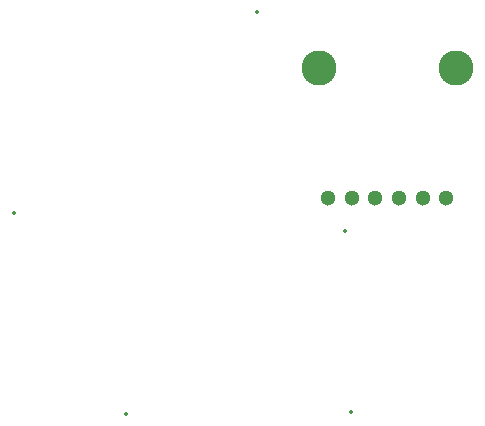
<source format=gbr>
%TF.GenerationSoftware,Altium Limited,Altium Designer,24.10.1 (45)*%
G04 Layer_Color=0*
%FSLAX45Y45*%
%MOMM*%
%TF.SameCoordinates,A4C5ECB5-41BF-4DFD-91FD-69217BF74453*%
%TF.FilePolarity,Positive*%
%TF.FileFunction,Plated,1,2,PTH,Drill*%
%TF.Part,Single*%
G01*
G75*
%TA.AperFunction,ComponentDrill*%
%ADD44C,1.30000*%
%ADD45C,2.97000*%
%TA.AperFunction,ViaDrill,NotFilled*%
%ADD46C,0.35000*%
D44*
X6969100Y4724400D02*
D03*
X6769100D02*
D03*
X6569100D02*
D03*
X7169100D02*
D03*
X6169100D02*
D03*
X6369100D02*
D03*
D45*
X7249100Y5824400D02*
D03*
X6089100D02*
D03*
D46*
X4457700Y2895600D02*
D03*
X3505200Y4597400D02*
D03*
X6362700Y2908300D02*
D03*
X6311900Y4445000D02*
D03*
X5562600Y6299200D02*
D03*
%TF.MD5,828d3b1a5a9fff36a1c626fbfcd56989*%
M02*

</source>
